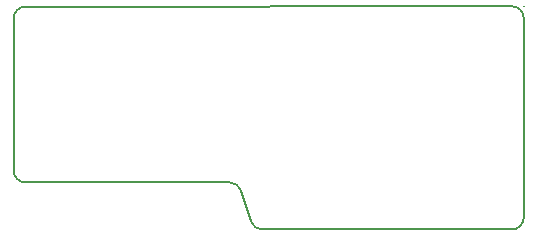
<source format=gm1>
G04 #@! TF.GenerationSoftware,KiCad,Pcbnew,7.99.0-4131-g55429aea6b*
G04 #@! TF.CreationDate,2024-01-04T13:58:44+01:00*
G04 #@! TF.ProjectId,xDuinoRailShield,78447569-6e6f-4526-9169-6c536869656c,rev?*
G04 #@! TF.SameCoordinates,Original*
G04 #@! TF.FileFunction,Profile,NP*
%FSLAX46Y46*%
G04 Gerber Fmt 4.6, Leading zero omitted, Abs format (unit mm)*
G04 Created by KiCad (PCBNEW 7.99.0-4131-g55429aea6b) date 2024-01-04 13:58:44*
%MOMM*%
%LPD*%
G01*
G04 APERTURE LIST*
G04 #@! TA.AperFunction,Profile*
%ADD10C,0.150000*%
G04 #@! TD*
G04 APERTURE END LIST*
D10*
X145175399Y-86030000D02*
X166310000Y-86030000D01*
X167310000Y-85030000D02*
X167310000Y-68136749D01*
X143375932Y-82741134D02*
X144224806Y-85340442D01*
X125130000Y-82051576D02*
G75*
G02*
X124130024Y-81051576I0J999976D01*
G01*
X145175399Y-86030000D02*
G75*
G02*
X144224808Y-85340442I1J1000000D01*
G01*
X166309439Y-67136749D02*
G75*
G02*
X167309951Y-68136749I561J-999951D01*
G01*
X166309439Y-67136749D02*
X125129439Y-67159841D01*
X142425339Y-82051576D02*
G75*
G02*
X143375912Y-82741141I-39J-1000024D01*
G01*
X167310000Y-85030000D02*
G75*
G02*
X166310000Y-86030000I-1000000J0D01*
G01*
X124130000Y-68159840D02*
G75*
G02*
X125129439Y-67159800I1000000J40D01*
G01*
X167310000Y-67136188D02*
X167310000Y-67136188D01*
X125130000Y-82051576D02*
X142425339Y-82051576D01*
X124130000Y-68159840D02*
X124130000Y-81051576D01*
M02*

</source>
